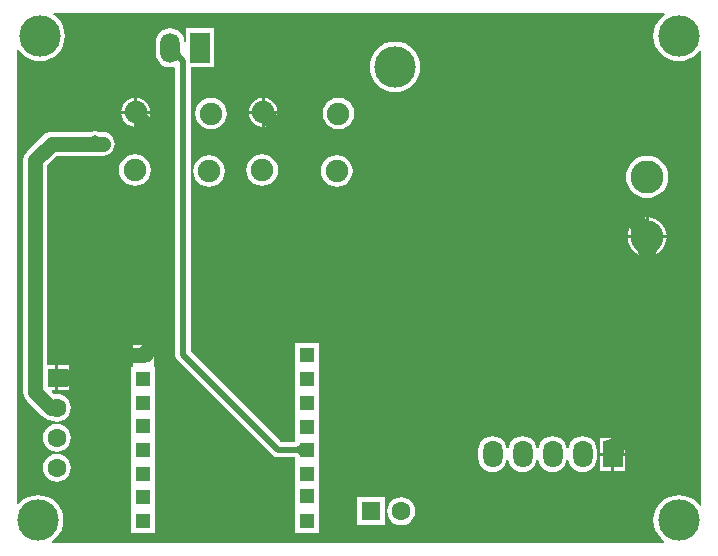
<source format=gbl>
G04*
G04 #@! TF.GenerationSoftware,Altium Limited,Altium Designer,19.0.15 (446)*
G04*
G04 Layer_Physical_Order=2*
G04 Layer_Color=16711680*
%FSTAX24Y24*%
%MOIN*%
G70*
G01*
G75*
%ADD43C,0.0500*%
%ADD44C,0.0200*%
%ADD45O,0.0650X0.0900*%
%ADD46R,0.0650X0.0900*%
%ADD47C,0.1100*%
%ADD48R,0.0650X0.1000*%
%ADD49O,0.0650X0.1000*%
%ADD50C,0.0750*%
%ADD51R,0.0500X0.0500*%
%ADD52R,0.0630X0.0630*%
%ADD53C,0.0630*%
%ADD54R,0.0630X0.0630*%
%ADD55C,0.0180*%
%ADD56C,0.0250*%
%ADD57C,0.0500*%
%ADD58C,0.1378*%
G36*
X033789Y036255D02*
X033782Y036251D01*
X033654Y036146D01*
X033549Y036018D01*
X033471Y035873D01*
X033423Y035714D01*
X033407Y03555D01*
X033423Y035386D01*
X033471Y035227D01*
X033549Y035082D01*
X033654Y034954D01*
X033782Y034849D01*
X033927Y034771D01*
X034086Y034723D01*
X03425Y034707D01*
X034414Y034723D01*
X034573Y034771D01*
X034718Y034849D01*
X034846Y034954D01*
X034948Y035079D01*
X034952Y035079D01*
X034998Y035044D01*
Y019906D01*
X034952Y019871D01*
X034948Y019871D01*
X034846Y019996D01*
X034718Y020101D01*
X034573Y020179D01*
X034414Y020227D01*
X03425Y020243D01*
X034086Y020227D01*
X033927Y020179D01*
X033782Y020101D01*
X033654Y019996D01*
X033549Y019868D01*
X033471Y019723D01*
X033423Y019564D01*
X033407Y0194D01*
X033423Y019236D01*
X033471Y019077D01*
X033549Y018932D01*
X033654Y018804D01*
X033777Y018703D01*
X033775Y018671D01*
X03377Y018653D01*
X01338D01*
X013375Y018671D01*
X013373Y018703D01*
X013496Y018804D01*
X013601Y018932D01*
X013679Y019077D01*
X013727Y019236D01*
X013743Y0194D01*
X013727Y019564D01*
X013679Y019723D01*
X013601Y019868D01*
X013496Y019996D01*
X013368Y020101D01*
X013223Y020179D01*
X013064Y020227D01*
X0129Y020243D01*
X012736Y020227D01*
X012577Y020179D01*
X012432Y020101D01*
X012304Y019996D01*
X012248Y019929D01*
X012198Y019946D01*
Y035073D01*
X012247Y035086D01*
X012249Y035082D01*
X012354Y034954D01*
X012482Y034849D01*
X012627Y034771D01*
X012786Y034723D01*
X01295Y034707D01*
X013114Y034723D01*
X013273Y034771D01*
X013418Y034849D01*
X013546Y034954D01*
X013651Y035082D01*
X013729Y035227D01*
X013777Y035386D01*
X013793Y03555D01*
X013777Y035714D01*
X013729Y035873D01*
X013651Y036018D01*
X013546Y036146D01*
X013418Y036251D01*
X013411Y036255D01*
X013423Y036303D01*
X033777D01*
X033789Y036255D01*
D02*
G37*
%LPC*%
G36*
X024798Y035359D02*
X024634Y035343D01*
X024476Y035295D01*
X02433Y035217D01*
X024202Y035112D01*
X024097Y034985D01*
X02402Y034839D01*
X023972Y034681D01*
X023955Y034516D01*
X023972Y034352D01*
X02402Y034194D01*
X024097Y034048D01*
X024202Y03392D01*
X02433Y033815D01*
X024476Y033737D01*
X024634Y033689D01*
X024798Y033673D01*
X024963Y033689D01*
X025121Y033737D01*
X025267Y033815D01*
X025395Y03392D01*
X025499Y034048D01*
X025577Y034194D01*
X025625Y034352D01*
X025641Y034516D01*
X025625Y034681D01*
X025577Y034839D01*
X025499Y034985D01*
X025395Y035112D01*
X025267Y035217D01*
X025121Y035295D01*
X024963Y035343D01*
X024798Y035359D01*
D02*
G37*
G36*
X02045Y033473D02*
Y03305D01*
X020873D01*
X020863Y033124D01*
X020815Y03324D01*
X020739Y033339D01*
X02064Y033415D01*
X020524Y033463D01*
X02045Y033473D01*
D02*
G37*
G36*
X0162D02*
Y03305D01*
X016623D01*
X016613Y033124D01*
X016565Y03324D01*
X016489Y033339D01*
X01639Y033415D01*
X016274Y033463D01*
X0162Y033473D01*
D02*
G37*
G36*
X02035D02*
X020276Y033463D01*
X02016Y033415D01*
X020061Y033339D01*
X019985Y03324D01*
X019937Y033124D01*
X019927Y03305D01*
X02035D01*
Y033473D01*
D02*
G37*
G36*
X0161D02*
X016026Y033463D01*
X01591Y033415D01*
X015811Y033339D01*
X015735Y03324D01*
X015687Y033124D01*
X015677Y03305D01*
X0161D01*
Y033473D01*
D02*
G37*
G36*
X020873Y03295D02*
X020809D01*
X020815Y032943D01*
X020865Y032891D01*
X020873Y03295D01*
D02*
G37*
G36*
X016623D02*
X0162D01*
Y0327D01*
X016521Y032948D01*
X016522Y032941D01*
X016526Y032931D01*
X016534Y032919D01*
X016544Y032904D01*
X016558Y032887D01*
X016598Y032841D01*
X016613Y032876D01*
X016623Y03295D01*
D02*
G37*
G36*
X020729D02*
X02045D01*
Y032671D01*
X020729Y03295D01*
D02*
G37*
G36*
X02045Y032583D02*
Y032527D01*
X020504Y032535D01*
X02045Y032583D01*
D02*
G37*
G36*
X0162Y032531D02*
Y032527D01*
X016203Y032528D01*
X0162Y032531D01*
D02*
G37*
G36*
X02035Y03295D02*
X019927D01*
X019937Y032876D01*
X019985Y03276D01*
X020061Y032661D01*
X02016Y032585D01*
X020276Y032537D01*
X02035Y032527D01*
Y03295D01*
D02*
G37*
G36*
X0161D02*
X015677D01*
X015687Y032876D01*
X015735Y03276D01*
X015811Y032661D01*
X01591Y032585D01*
X016026Y032537D01*
X0161Y032527D01*
Y03295D01*
D02*
G37*
G36*
X02291Y03349D02*
X022773Y033471D01*
X022645Y033419D01*
X022536Y033334D01*
X022451Y033225D01*
X022399Y033097D01*
X02238Y03296D01*
X022399Y032823D01*
X022451Y032695D01*
X022536Y032586D01*
X022645Y032501D01*
X022773Y032449D01*
X02291Y03243D01*
X023047Y032449D01*
X023175Y032501D01*
X023284Y032586D01*
X023369Y032695D01*
X023421Y032823D01*
X02344Y03296D01*
X023421Y033097D01*
X023369Y033225D01*
X023284Y033334D01*
X023175Y033419D01*
X023047Y033471D01*
X02291Y03349D01*
D02*
G37*
G36*
X01866D02*
X018523Y033471D01*
X018395Y033419D01*
X018286Y033334D01*
X018201Y033225D01*
X018149Y033097D01*
X01813Y03296D01*
X018149Y032823D01*
X018201Y032695D01*
X018286Y032586D01*
X018395Y032501D01*
X018523Y032449D01*
X01866Y03243D01*
X018797Y032449D01*
X018925Y032501D01*
X019034Y032586D01*
X019119Y032695D01*
X019171Y032823D01*
X01919Y03296D01*
X019171Y033097D01*
X019119Y033225D01*
X019034Y033334D01*
X018925Y033419D01*
X018797Y033471D01*
X01866Y03349D01*
D02*
G37*
G36*
X014804Y032381D02*
X014733Y032371D01*
X0147Y032358D01*
X013354D01*
X013354Y032358D01*
X01325Y032344D01*
X013153Y032304D01*
X013069Y03224D01*
X013069Y03224D01*
X012522Y031692D01*
X012458Y031609D01*
X012417Y031512D01*
X012404Y031407D01*
X012404Y031407D01*
Y023669D01*
X012404Y023669D01*
X012417Y023565D01*
X012458Y023468D01*
X012522Y023384D01*
X013041Y022865D01*
X013041Y022865D01*
X013125Y022801D01*
X013222Y02276D01*
X013275Y022753D01*
X013288Y022744D01*
X013401Y022697D01*
X013522Y022681D01*
X013643Y022697D01*
X013757Y022744D01*
X013854Y022818D01*
X013928Y022916D01*
X013975Y023029D01*
X013991Y02315D01*
X013975Y023271D01*
X013928Y023384D01*
X013854Y023482D01*
X013757Y023556D01*
X013643Y023603D01*
X013522Y023619D01*
X013439Y023608D01*
X013358Y023689D01*
X013377Y023735D01*
X013472D01*
Y02415D01*
Y024565D01*
X013211D01*
Y03124D01*
X013521Y031551D01*
X015048D01*
X015153Y031565D01*
X01525Y031605D01*
X015334Y031669D01*
X015398Y031753D01*
X015438Y03185D01*
X015452Y031954D01*
X015438Y032059D01*
X015398Y032156D01*
X015334Y03224D01*
X01525Y032304D01*
X015153Y032344D01*
X015048Y032358D01*
X014908D01*
X014876Y032371D01*
X014804Y032381D01*
D02*
G37*
G36*
X02037Y03161D02*
X020233Y031591D01*
X020105Y031539D01*
X019996Y031454D01*
X019911Y031345D01*
X019859Y031217D01*
X01984Y03108D01*
X019859Y030943D01*
X019911Y030815D01*
X019996Y030706D01*
X020105Y030621D01*
X020233Y030569D01*
X02037Y03055D01*
X020507Y030569D01*
X020635Y030621D01*
X020744Y030706D01*
X020829Y030815D01*
X020881Y030943D01*
X0209Y03108D01*
X020881Y031217D01*
X020829Y031345D01*
X020744Y031454D01*
X020635Y031539D01*
X020507Y031591D01*
X02037Y03161D01*
D02*
G37*
G36*
X01612D02*
X015983Y031591D01*
X015855Y031539D01*
X015746Y031454D01*
X015661Y031345D01*
X015609Y031217D01*
X01559Y03108D01*
X015609Y030943D01*
X015661Y030815D01*
X015746Y030706D01*
X015855Y030621D01*
X015983Y030569D01*
X01612Y03055D01*
X016257Y030569D01*
X016385Y030621D01*
X016494Y030706D01*
X016579Y030815D01*
X016631Y030943D01*
X01665Y03108D01*
X016631Y031217D01*
X016579Y031345D01*
X016494Y031454D01*
X016385Y031539D01*
X016257Y031591D01*
X01612Y03161D01*
D02*
G37*
G36*
X02285Y03158D02*
X022713Y031561D01*
X022585Y031509D01*
X022476Y031424D01*
X022391Y031315D01*
X022339Y031187D01*
X02232Y03105D01*
X022339Y030913D01*
X022391Y030785D01*
X022476Y030676D01*
X022585Y030591D01*
X022713Y030539D01*
X02285Y03052D01*
X022987Y030539D01*
X023115Y030591D01*
X023224Y030676D01*
X023309Y030785D01*
X023361Y030913D01*
X02338Y03105D01*
X023361Y031187D01*
X023309Y031315D01*
X023224Y031424D01*
X023115Y031509D01*
X022987Y031561D01*
X02285Y03158D01*
D02*
G37*
G36*
X0186D02*
X018463Y031561D01*
X018335Y031509D01*
X018226Y031424D01*
X018141Y031315D01*
X018089Y031187D01*
X01807Y03105D01*
X018089Y030913D01*
X018141Y030785D01*
X018226Y030676D01*
X018335Y030591D01*
X018463Y030539D01*
X0186Y03052D01*
X018737Y030539D01*
X018865Y030591D01*
X018974Y030676D01*
X019059Y030785D01*
X019111Y030913D01*
X01913Y03105D01*
X019111Y031187D01*
X019059Y031315D01*
X018974Y031424D01*
X018865Y031509D01*
X018737Y031561D01*
X0186Y03158D01*
D02*
G37*
G36*
X0332Y031553D02*
X033063Y03154D01*
X032931Y0315D01*
X032809Y031435D01*
X032703Y031347D01*
X032615Y031241D01*
X03255Y031119D01*
X03251Y030987D01*
X032497Y03085D01*
X03251Y030713D01*
X03255Y030581D01*
X032615Y030459D01*
X032703Y030353D01*
X032809Y030265D01*
X032931Y0302D01*
X033063Y03016D01*
X0332Y030147D01*
X033337Y03016D01*
X033469Y0302D01*
X033591Y030265D01*
X033697Y030353D01*
X033785Y030459D01*
X03385Y030581D01*
X03389Y030713D01*
X033903Y03085D01*
X03389Y030987D01*
X03385Y031119D01*
X033785Y031241D01*
X033697Y031347D01*
X033591Y031435D01*
X033469Y0315D01*
X033337Y03154D01*
X0332Y031553D01*
D02*
G37*
G36*
X03315Y029498D02*
X033094Y029493D01*
X03315Y029457D01*
Y029498D01*
D02*
G37*
G36*
Y029286D02*
X032663Y02897D01*
X032669Y029007D01*
X03267Y029045D01*
X032665Y029083D01*
X032656Y029122D01*
X032642Y029161D01*
X032636Y029173D01*
X032597Y0291D01*
X032559Y028977D01*
X032552Y0289D01*
X03315D01*
Y029286D01*
D02*
G37*
G36*
X03325Y029498D02*
Y029406D01*
X033276Y029398D01*
X033309Y029389D01*
X03325Y02935D01*
Y0289D01*
X033848D01*
X033841Y028977D01*
X033803Y0291D01*
X033743Y029213D01*
X033662Y029312D01*
X033563Y029393D01*
X03345Y029453D01*
X033327Y029491D01*
X03325Y029498D01*
D02*
G37*
G36*
X033848Y0288D02*
X03325D01*
Y028457D01*
X033585D01*
X033559Y028429D01*
X033536Y028398D01*
X033516Y028363D01*
X033499Y028325D01*
X033484Y028284D01*
X033477Y028261D01*
X033563Y028307D01*
X033662Y028388D01*
X033743Y028487D01*
X033803Y0286D01*
X033841Y028723D01*
X033848Y0288D01*
D02*
G37*
G36*
X03315D02*
X032552D01*
X032559Y028723D01*
X032597Y0286D01*
X032657Y028487D01*
X032738Y028388D01*
X032837Y028307D01*
X032923Y028261D01*
X032916Y028284D01*
X032901Y028325D01*
X032884Y028363D01*
X032864Y028398D01*
X032841Y028429D01*
X032815Y028457D01*
X03315D01*
Y0288D01*
D02*
G37*
G36*
X016359Y025245D02*
X016059D01*
Y024945D01*
X016359D01*
Y024966D01*
X016183Y025143D01*
X016198Y025135D01*
X016221Y025138D01*
X01625Y025149D01*
X016287Y025171D01*
X016331Y025201D01*
X016359Y025223D01*
Y025245D01*
D02*
G37*
G36*
X016759Y024845D02*
X016739D01*
X016715Y024818D01*
X016684Y024774D01*
X016663Y024737D01*
X016651Y024707D01*
X016649Y024684D01*
X016656Y024669D01*
X01648Y024845D01*
X016059D01*
Y024555D01*
X016059Y024545D01*
X016035Y024505D01*
X016009D01*
Y023705D01*
Y022925D01*
Y022135D01*
Y021345D01*
Y020555D01*
Y019775D01*
Y018985D01*
X016809D01*
Y019775D01*
Y020555D01*
Y021345D01*
Y022135D01*
Y022925D01*
Y023705D01*
Y024505D01*
X016783D01*
X016759Y024545D01*
X016759Y024555D01*
Y024845D01*
D02*
G37*
G36*
X013937Y024565D02*
X013572D01*
Y0242D01*
X013836D01*
Y024464D01*
X013841Y024452D01*
X013856Y024441D01*
X013881Y024431D01*
X013916Y024423D01*
X013937Y02442D01*
Y024565D01*
D02*
G37*
G36*
X013836Y0241D02*
X013572D01*
Y023735D01*
X013937D01*
Y023879D01*
X013916Y023877D01*
X013881Y023869D01*
X013856Y023859D01*
X013841Y023848D01*
X013836Y023836D01*
Y0241D01*
D02*
G37*
G36*
X031046Y02221D02*
X030922Y022194D01*
X030806Y022146D01*
X030707Y02207D01*
X030631Y021971D01*
X030583Y021855D01*
X030571Y021764D01*
X03052D01*
X030508Y021855D01*
X030461Y021971D01*
X030384Y02207D01*
X030285Y022146D01*
X03017Y022194D01*
X030046Y02221D01*
X029922Y022194D01*
X029806Y022146D01*
X029707Y02207D01*
X029631Y021971D01*
X029583Y021855D01*
X029571Y021764D01*
X02952D01*
X029508Y021855D01*
X029461Y021971D01*
X029384Y02207D01*
X029285Y022146D01*
X02917Y022194D01*
X029046Y02221D01*
X028922Y022194D01*
X028806Y022146D01*
X028707Y02207D01*
X028631Y021971D01*
X028583Y021855D01*
X028571Y021764D01*
X02852D01*
X028508Y021855D01*
X028461Y021971D01*
X028384Y02207D01*
X028285Y022146D01*
X02817Y022194D01*
X028046Y02221D01*
X027922Y022194D01*
X027806Y022146D01*
X027707Y02207D01*
X027631Y021971D01*
X027583Y021855D01*
X027567Y021731D01*
Y021481D01*
X027583Y021357D01*
X027631Y021241D01*
X027707Y021142D01*
X027806Y021066D01*
X027922Y021018D01*
X028046Y021002D01*
X02817Y021018D01*
X028285Y021066D01*
X028384Y021142D01*
X028461Y021241D01*
X028508Y021357D01*
X02852Y021448D01*
X028571D01*
X028583Y021357D01*
X028631Y021241D01*
X028707Y021142D01*
X028806Y021066D01*
X028922Y021018D01*
X029046Y021002D01*
X02917Y021018D01*
X029285Y021066D01*
X029384Y021142D01*
X029461Y021241D01*
X029508Y021357D01*
X02952Y021448D01*
X029571D01*
X029583Y021357D01*
X029631Y021241D01*
X029707Y021142D01*
X029806Y021066D01*
X029922Y021018D01*
X030046Y021002D01*
X03017Y021018D01*
X030285Y021066D01*
X030384Y021142D01*
X030461Y021241D01*
X030508Y021357D01*
X03052Y021448D01*
X030571D01*
X030583Y021357D01*
X030631Y021241D01*
X030707Y021142D01*
X030806Y021066D01*
X030922Y021018D01*
X031046Y021002D01*
X03117Y021018D01*
X031285Y021066D01*
X031384Y021142D01*
X031461Y021241D01*
X031508Y021357D01*
X031525Y021481D01*
Y021731D01*
X031508Y021855D01*
X031461Y021971D01*
X031384Y02207D01*
X031285Y022146D01*
X03117Y022194D01*
X031046Y02221D01*
D02*
G37*
G36*
X013522Y022619D02*
X013401Y022603D01*
X013288Y022556D01*
X01319Y022482D01*
X013116Y022384D01*
X013069Y022271D01*
X013053Y02215D01*
X013069Y022029D01*
X013116Y021916D01*
X01319Y021818D01*
X013288Y021744D01*
X013401Y021697D01*
X013522Y021681D01*
X013643Y021697D01*
X013757Y021744D01*
X013854Y021818D01*
X013928Y021916D01*
X013975Y022029D01*
X013991Y02215D01*
X013975Y022271D01*
X013928Y022384D01*
X013854Y022482D01*
X013757Y022556D01*
X013643Y022603D01*
X013522Y022619D01*
D02*
G37*
G36*
X032471Y02177D02*
X032415Y021691D01*
X032395Y021656D01*
X032471D01*
Y02177D01*
D02*
G37*
G36*
X031996Y022156D02*
X031621D01*
Y021656D01*
X031996D01*
Y021755D01*
X031722Y022055D01*
X031781Y022058D01*
X031842Y022069D01*
X031904Y022087D01*
X031967Y022111D01*
X031996Y022126D01*
Y022156D01*
D02*
G37*
G36*
X032471Y021556D02*
X032347D01*
X032344Y021549D01*
X03233Y021489D01*
X032329Y021435D01*
X032342Y021388D01*
X032368Y021348D01*
X032178Y021556D01*
X032096D01*
Y021056D01*
X032471D01*
Y021556D01*
D02*
G37*
G36*
X031996D02*
X031621D01*
Y021056D01*
X031996D01*
Y021556D01*
D02*
G37*
G36*
X013522Y021619D02*
X013401Y021603D01*
X013288Y021556D01*
X01319Y021482D01*
X013116Y021384D01*
X013069Y021271D01*
X013053Y02115D01*
X013069Y021029D01*
X013116Y020916D01*
X01319Y020818D01*
X013288Y020744D01*
X013401Y020697D01*
X013522Y020681D01*
X013643Y020697D01*
X013757Y020744D01*
X013854Y020818D01*
X013928Y020916D01*
X013975Y021029D01*
X013991Y02115D01*
X013975Y021271D01*
X013928Y021384D01*
X013854Y021482D01*
X013757Y021556D01*
X013643Y021603D01*
X013522Y021619D01*
D02*
G37*
G36*
X024465Y020165D02*
X023535D01*
Y019235D01*
X024465D01*
Y020165D01*
D02*
G37*
G36*
X025Y020169D02*
X024879Y020153D01*
X024766Y020106D01*
X024668Y020032D01*
X024594Y019934D01*
X024547Y019821D01*
X024531Y0197D01*
X024547Y019579D01*
X024594Y019466D01*
X024668Y019368D01*
X024766Y019294D01*
X024879Y019247D01*
X025Y019231D01*
X025121Y019247D01*
X025234Y019294D01*
X025332Y019368D01*
X025406Y019466D01*
X025453Y019579D01*
X025469Y0197D01*
X025453Y019821D01*
X025406Y019934D01*
X025332Y020032D01*
X025234Y020106D01*
X025121Y020153D01*
X025Y020169D01*
D02*
G37*
G36*
X0173Y035804D02*
X017176Y035788D01*
X01706Y03574D01*
X016961Y035664D01*
X016885Y035565D01*
X016837Y035449D01*
X016821Y035325D01*
Y034975D01*
X016837Y034851D01*
X016885Y034735D01*
X016961Y034636D01*
X01706Y03456D01*
X017176Y034512D01*
X0173Y034496D01*
X01742Y034512D01*
X017435Y03451D01*
X01747Y034486D01*
Y024925D01*
X01749Y024827D01*
X017545Y024745D01*
X020715Y021575D01*
X020797Y021519D01*
X020895Y0215D01*
X021464D01*
X021471Y0215D01*
Y021355D01*
Y020555D01*
Y019835D01*
X021471Y019805D01*
X021471Y019755D01*
Y018985D01*
X022271D01*
Y019755D01*
X022271Y019785D01*
X022271Y019835D01*
Y020555D01*
Y021355D01*
Y022125D01*
Y022925D01*
Y023705D01*
Y024505D01*
Y025305D01*
X021471D01*
Y024505D01*
Y023705D01*
Y022925D01*
Y022125D01*
Y02201D01*
X021464Y02201D01*
X021001D01*
X01798Y025031D01*
Y0345D01*
X018775D01*
Y0358D01*
X017825D01*
Y035359D01*
X017775Y035356D01*
X017763Y035449D01*
X017715Y035565D01*
X017639Y035664D01*
X01754Y03574D01*
X017424Y035788D01*
X0173Y035804D01*
D02*
G37*
%LPD*%
G36*
X01762Y035058D02*
X017621Y035039D01*
X017625Y035019D01*
X017633Y034997D01*
X017645Y034973D01*
X017661Y034947D01*
X017681Y03492D01*
X017706Y03489D01*
X017766Y034825D01*
X017654Y034654D01*
X017628Y034679D01*
X017582Y034717D01*
X017562Y034729D01*
X017545Y034737D01*
X017529Y034741D01*
X017516Y03474D01*
X017504Y034735D01*
X017495Y034726D01*
X017488Y034712D01*
X017624Y035074D01*
X01762Y035058D01*
D02*
G37*
G36*
X021623Y021555D02*
X021621Y021574D01*
X021615Y021591D01*
X021605Y021606D01*
X021591Y021619D01*
X021573Y02163D01*
X02155Y021639D01*
X021524Y021646D01*
X021494Y021651D01*
X02146Y021654D01*
X021422Y021655D01*
Y021855D01*
X02146Y021856D01*
X021494Y021859D01*
X021524Y021864D01*
X02155Y021871D01*
X021573Y02188D01*
X021591Y021891D01*
X021605Y021904D01*
X021615Y021919D01*
X021621Y021936D01*
X021623Y021955D01*
Y021555D01*
D02*
G37*
D43*
X013354Y031954D02*
X015048D01*
X013326Y02315D02*
X013522D01*
X012807Y031407D02*
X013354Y031954D01*
X032046Y021731D02*
X0332Y022885D01*
X032046Y021606D02*
Y021731D01*
X028988Y027338D02*
Y029712D01*
X0279Y02625D02*
X028988Y027338D01*
X0332Y022885D02*
Y02885D01*
X028988Y029712D02*
X0325D01*
X0267Y032D02*
X028988Y029712D01*
X0325D02*
X0332Y029012D01*
Y02885D02*
Y029012D01*
X0214Y032D02*
X0267D01*
X0204Y033D02*
X0214Y032D01*
X016409Y024895D02*
X016895Y025381D01*
Y032187D01*
X01615Y032932D02*
X016895Y032187D01*
X01615Y032932D02*
Y033D01*
X015338Y024895D02*
X016409D01*
X014593Y02415D02*
X015338Y024895D01*
X013522Y02415D02*
X014593D01*
X012807Y023669D02*
Y031407D01*
Y023669D02*
X013326Y02315D01*
D44*
X017725Y024925D02*
Y034725D01*
Y024925D02*
X020895Y021755D01*
X0173Y03515D02*
X017725Y034725D01*
X020895Y021755D02*
X021871D01*
D45*
X029046Y021606D02*
D03*
X030046D02*
D03*
X031046D02*
D03*
X028046D02*
D03*
D46*
X032046D02*
D03*
D47*
X0332Y02885D02*
D03*
Y03085D02*
D03*
D48*
X0183Y03515D02*
D03*
D49*
X0173D02*
D03*
D50*
X02291Y03296D02*
D03*
X02037Y03108D02*
D03*
X0204Y033D02*
D03*
X02285Y03105D02*
D03*
X01866Y03296D02*
D03*
X01612Y03108D02*
D03*
X01615Y033D02*
D03*
X0186Y03105D02*
D03*
D51*
X021871Y020205D02*
D03*
Y020955D02*
D03*
Y021755D02*
D03*
Y022525D02*
D03*
Y023325D02*
D03*
Y024105D02*
D03*
Y024905D02*
D03*
Y019385D02*
D03*
X016409D02*
D03*
Y020175D02*
D03*
Y020955D02*
D03*
Y021745D02*
D03*
Y023325D02*
D03*
Y024105D02*
D03*
Y024895D02*
D03*
Y022535D02*
D03*
D52*
X013522Y02415D02*
D03*
D53*
Y02315D02*
D03*
Y02215D02*
D03*
Y02115D02*
D03*
X025Y0197D02*
D03*
D54*
X024D02*
D03*
D55*
X01625Y0355D02*
D03*
X016Y035D02*
D03*
X01625Y0345D02*
D03*
X016Y034D02*
D03*
X01575Y0355D02*
D03*
X0155Y035D02*
D03*
X01575Y0345D02*
D03*
X0155Y034D02*
D03*
X01525Y0355D02*
D03*
X015Y035D02*
D03*
X01525Y0345D02*
D03*
X015Y034D02*
D03*
X01475Y0355D02*
D03*
X0145Y035D02*
D03*
X01475Y0345D02*
D03*
X0145Y034D02*
D03*
X0295Y0205D02*
D03*
X02975Y02D02*
D03*
X0295Y0195D02*
D03*
X029Y0205D02*
D03*
X02925Y02D02*
D03*
X029Y0195D02*
D03*
X0285Y0205D02*
D03*
X02875Y02D02*
D03*
X0285Y0195D02*
D03*
X028Y0205D02*
D03*
X02825Y02D02*
D03*
X028Y0195D02*
D03*
X0275Y0205D02*
D03*
X02775Y02D02*
D03*
X0275Y0195D02*
D03*
X027Y0205D02*
D03*
X02725Y02D02*
D03*
X027Y0195D02*
D03*
X0265Y0205D02*
D03*
X02675Y02D02*
D03*
X0265Y0195D02*
D03*
X026Y0205D02*
D03*
X02625Y02D02*
D03*
X026Y0195D02*
D03*
X02675Y03D02*
D03*
X0265Y0295D02*
D03*
X02675Y029D02*
D03*
X0265Y0285D02*
D03*
X02625Y03D02*
D03*
X026Y0295D02*
D03*
X02625Y029D02*
D03*
X02575Y03D02*
D03*
X0255Y0295D02*
D03*
X02575Y029D02*
D03*
X0255Y0285D02*
D03*
X02975Y0355D02*
D03*
X0295Y035D02*
D03*
X02975Y0345D02*
D03*
X0295Y034D02*
D03*
X02975Y0335D02*
D03*
X0295Y033D02*
D03*
X02925Y0355D02*
D03*
X029Y035D02*
D03*
X02925Y0345D02*
D03*
X029Y034D02*
D03*
X02925Y0335D02*
D03*
X029Y033D02*
D03*
X02875Y0355D02*
D03*
X0285Y035D02*
D03*
X02875Y0345D02*
D03*
Y0335D02*
D03*
X02825Y0355D02*
D03*
X028Y035D02*
D03*
X02775Y0355D02*
D03*
X0275Y035D02*
D03*
X02725Y0355D02*
D03*
X027Y035D02*
D03*
X02725Y0345D02*
D03*
X027Y034D02*
D03*
X02725Y0335D02*
D03*
X027Y033D02*
D03*
X02675Y0355D02*
D03*
X0265Y035D02*
D03*
X02675Y0345D02*
D03*
X0265Y034D02*
D03*
X02675Y0335D02*
D03*
X0265Y033D02*
D03*
D56*
X014648Y0319D02*
D03*
X014898Y031853D02*
D03*
X014804Y032103D02*
D03*
D57*
X0279Y02625D02*
D03*
D58*
X024798Y034516D02*
D03*
X03425Y03555D02*
D03*
Y0194D02*
D03*
X0129D02*
D03*
X01295Y03555D02*
D03*
M02*

</source>
